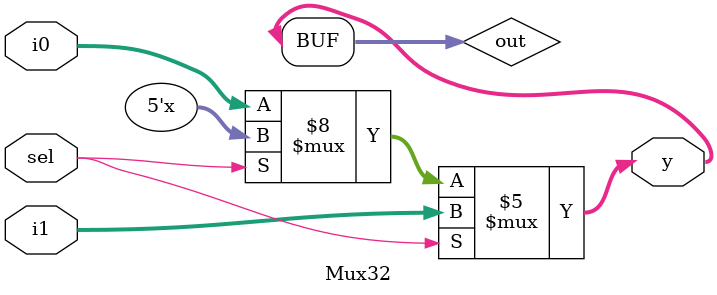
<source format=sv>
`timescale 1ns/1ns
module Mux32(output	[4:0]	y,input [4:0]i0,i1,input sel);
	reg	[4:0]	out; 	
assign	y = out;	
always @({sel,i0,i1})	begin
	if (sel == 0) out = i0;
	if (sel == 1) out = i1;
	end
endmodule

</source>
